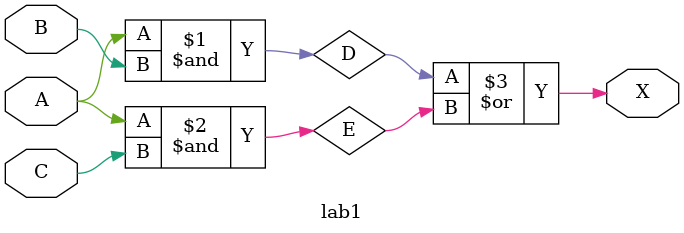
<source format=v>
module lab1 (A,B,C,X);
input  A,B,C;
output X;
wire D,E;

and g1(D,A,B);
and g2(E,A,C);
or g3(X,D,E); 
endmodule //lab1
//X=A(B+C)



</source>
